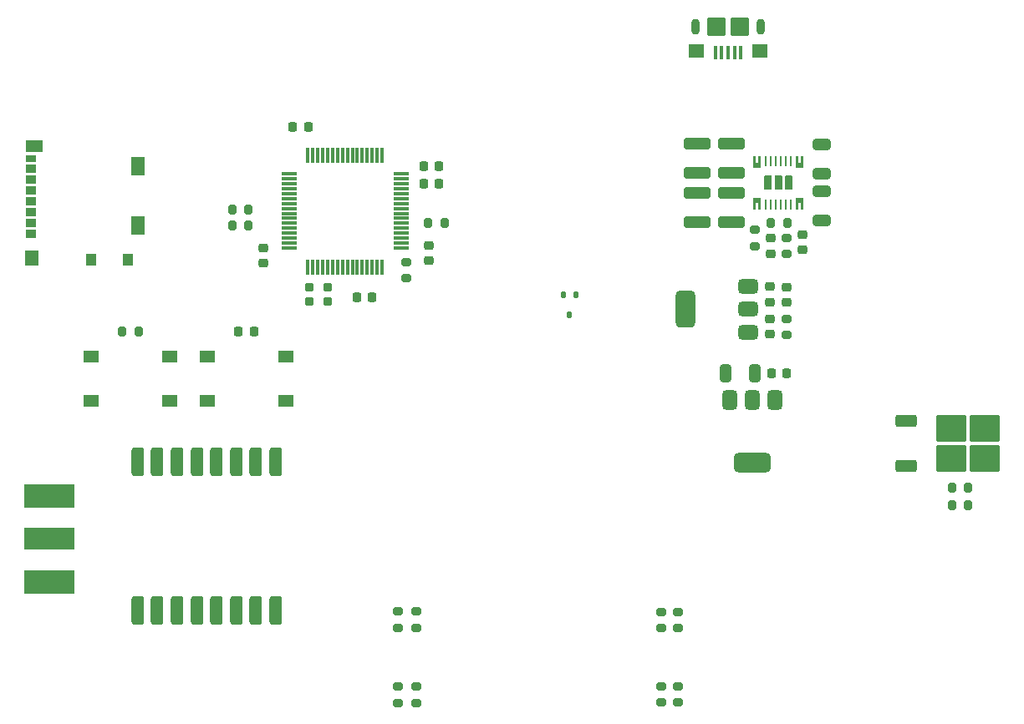
<source format=gtp>
%TF.GenerationSoftware,KiCad,Pcbnew,9.0.5*%
%TF.CreationDate,2025-10-16T12:34:50-04:00*%
%TF.ProjectId,INFERNO,494e4645-524e-44f2-9e6b-696361645f70,rev?*%
%TF.SameCoordinates,Original*%
%TF.FileFunction,Paste,Top*%
%TF.FilePolarity,Positive*%
%FSLAX46Y46*%
G04 Gerber Fmt 4.6, Leading zero omitted, Abs format (unit mm)*
G04 Created by KiCad (PCBNEW 9.0.5) date 2025-10-16 12:34:50*
%MOMM*%
%LPD*%
G01*
G04 APERTURE LIST*
G04 Aperture macros list*
%AMRoundRect*
0 Rectangle with rounded corners*
0 $1 Rounding radius*
0 $2 $3 $4 $5 $6 $7 $8 $9 X,Y pos of 4 corners*
0 Add a 4 corners polygon primitive as box body*
4,1,4,$2,$3,$4,$5,$6,$7,$8,$9,$2,$3,0*
0 Add four circle primitives for the rounded corners*
1,1,$1+$1,$2,$3*
1,1,$1+$1,$4,$5*
1,1,$1+$1,$6,$7*
1,1,$1+$1,$8,$9*
0 Add four rect primitives between the rounded corners*
20,1,$1+$1,$2,$3,$4,$5,0*
20,1,$1+$1,$4,$5,$6,$7,0*
20,1,$1+$1,$6,$7,$8,$9,0*
20,1,$1+$1,$8,$9,$2,$3,0*%
G04 Aperture macros list end*
%ADD10C,0.000000*%
%ADD11RoundRect,0.200000X0.275000X-0.200000X0.275000X0.200000X-0.275000X0.200000X-0.275000X-0.200000X0*%
%ADD12R,1.100000X0.850000*%
%ADD13R,1.100000X0.750000*%
%ADD14R,1.000000X1.200000*%
%ADD15R,1.350000X1.550000*%
%ADD16R,1.350000X1.900000*%
%ADD17R,1.800000X1.170000*%
%ADD18RoundRect,0.375000X-0.375000X0.625000X-0.375000X-0.625000X0.375000X-0.625000X0.375000X0.625000X0*%
%ADD19RoundRect,0.500000X-1.400000X0.500000X-1.400000X-0.500000X1.400000X-0.500000X1.400000X0.500000X0*%
%ADD20RoundRect,0.200000X0.200000X0.275000X-0.200000X0.275000X-0.200000X-0.275000X0.200000X-0.275000X0*%
%ADD21RoundRect,0.225000X-0.250000X0.225000X-0.250000X-0.225000X0.250000X-0.225000X0.250000X0.225000X0*%
%ADD22RoundRect,0.375000X0.625000X0.375000X-0.625000X0.375000X-0.625000X-0.375000X0.625000X-0.375000X0*%
%ADD23RoundRect,0.500000X0.500000X1.400000X-0.500000X1.400000X-0.500000X-1.400000X0.500000X-1.400000X0*%
%ADD24RoundRect,0.200000X-0.200000X-0.275000X0.200000X-0.275000X0.200000X0.275000X-0.200000X0.275000X0*%
%ADD25R,0.249999X1.000000*%
%ADD26RoundRect,0.317500X0.317500X-1.157500X0.317500X1.157500X-0.317500X1.157500X-0.317500X-1.157500X0*%
%ADD27RoundRect,0.100000X0.100000X0.575000X-0.100000X0.575000X-0.100000X-0.575000X0.100000X-0.575000X0*%
%ADD28O,0.900000X1.600000*%
%ADD29RoundRect,0.250000X0.550000X0.450000X-0.550000X0.450000X-0.550000X-0.450000X0.550000X-0.450000X0*%
%ADD30RoundRect,0.250000X0.700000X0.700000X-0.700000X0.700000X-0.700000X-0.700000X0.700000X-0.700000X0*%
%ADD31RoundRect,0.250000X-1.100000X0.325000X-1.100000X-0.325000X1.100000X-0.325000X1.100000X0.325000X0*%
%ADD32RoundRect,0.200000X-0.275000X0.200000X-0.275000X-0.200000X0.275000X-0.200000X0.275000X0.200000X0*%
%ADD33RoundRect,0.250000X0.650000X-0.325000X0.650000X0.325000X-0.650000X0.325000X-0.650000X-0.325000X0*%
%ADD34RoundRect,0.225000X0.225000X0.250000X-0.225000X0.250000X-0.225000X-0.250000X0.225000X-0.250000X0*%
%ADD35RoundRect,0.225000X0.250000X-0.225000X0.250000X0.225000X-0.250000X0.225000X-0.250000X-0.225000X0*%
%ADD36R,5.080000X2.290000*%
%ADD37R,5.080000X2.420000*%
%ADD38RoundRect,0.225000X-0.225000X-0.250000X0.225000X-0.250000X0.225000X0.250000X-0.225000X0.250000X0*%
%ADD39RoundRect,0.200000X0.250000X-0.200000X0.250000X0.200000X-0.250000X0.200000X-0.250000X-0.200000X0*%
%ADD40RoundRect,0.250000X1.100000X-0.325000X1.100000X0.325000X-1.100000X0.325000X-1.100000X-0.325000X0*%
%ADD41RoundRect,0.218750X0.256250X-0.218750X0.256250X0.218750X-0.256250X0.218750X-0.256250X-0.218750X0*%
%ADD42RoundRect,0.250000X-0.325000X-0.650000X0.325000X-0.650000X0.325000X0.650000X-0.325000X0.650000X0*%
%ADD43R,1.550000X1.300000*%
%ADD44RoundRect,0.112500X0.112500X0.237500X-0.112500X0.237500X-0.112500X-0.237500X0.112500X-0.237500X0*%
%ADD45RoundRect,0.075000X0.075000X-0.700000X0.075000X0.700000X-0.075000X0.700000X-0.075000X-0.700000X0*%
%ADD46RoundRect,0.075000X0.700000X-0.075000X0.700000X0.075000X-0.700000X0.075000X-0.700000X-0.075000X0*%
%ADD47RoundRect,0.250000X-0.650000X0.325000X-0.650000X-0.325000X0.650000X-0.325000X0.650000X0.325000X0*%
%ADD48RoundRect,0.250000X-1.275000X-1.125000X1.275000X-1.125000X1.275000X1.125000X-1.275000X1.125000X0*%
%ADD49RoundRect,0.250000X-0.850000X-0.350000X0.850000X-0.350000X0.850000X0.350000X-0.850000X0.350000X0*%
G04 APERTURE END LIST*
D10*
%TO.C,U4*%
G36*
X206224571Y-97206464D02*
G01*
X206224571Y-98576464D01*
X206174571Y-98626464D01*
X205514572Y-98626464D01*
X205464572Y-98576464D01*
X205464572Y-97206464D01*
X205514572Y-97156464D01*
X206174571Y-97156464D01*
X206224571Y-97206464D01*
G37*
G36*
X207274571Y-97206464D02*
G01*
X207274571Y-98576464D01*
X207224571Y-98626464D01*
X206564573Y-98626464D01*
X206514573Y-98576464D01*
X206514573Y-97206464D01*
X206564573Y-97156464D01*
X207224571Y-97156464D01*
X207274571Y-97206464D01*
G37*
G36*
X208324572Y-97206464D02*
G01*
X208324572Y-98576464D01*
X208274572Y-98626464D01*
X207614573Y-98626464D01*
X207564573Y-98576464D01*
X207564573Y-97206464D01*
X207614573Y-97156464D01*
X208274572Y-97156464D01*
X208324572Y-97206464D01*
G37*
G36*
X204569573Y-95190466D02*
G01*
X204619573Y-95240463D01*
X204619573Y-95808265D01*
X204652572Y-95841265D01*
X204835572Y-95841265D01*
X204869572Y-95814463D01*
X204869572Y-95241464D01*
X204919572Y-95191464D01*
X205069572Y-95191464D01*
X205119572Y-95241464D01*
X205119577Y-96340464D01*
X205069572Y-96390464D01*
X204419573Y-96390466D01*
X204369573Y-96340464D01*
X204369573Y-95240463D01*
X204419573Y-95190464D01*
X204569573Y-95190466D01*
G37*
G36*
X205069572Y-99392464D02*
G01*
X205119574Y-99442464D01*
X205119572Y-100541464D01*
X205069572Y-100591464D01*
X204919572Y-100591464D01*
X204869572Y-100541464D01*
X204869572Y-99968465D01*
X204835572Y-99941462D01*
X204652572Y-99941462D01*
X204619573Y-99974462D01*
X204619573Y-100542465D01*
X204569573Y-100592462D01*
X204419573Y-100592464D01*
X204369573Y-100542465D01*
X204369573Y-99442464D01*
X204419573Y-99392462D01*
X205069572Y-99392464D01*
G37*
G36*
X208869572Y-95190466D02*
G01*
X208919572Y-95240463D01*
X208919572Y-95808265D01*
X208952571Y-95841265D01*
X209135571Y-95841265D01*
X209169571Y-95814463D01*
X209169571Y-95241464D01*
X209219571Y-95191464D01*
X209369571Y-95191464D01*
X209419573Y-95241464D01*
X209419576Y-96340464D01*
X209369573Y-96390464D01*
X208719572Y-96390466D01*
X208669572Y-96340464D01*
X208669572Y-95240463D01*
X208719572Y-95190464D01*
X208869572Y-95190466D01*
G37*
G36*
X209369573Y-99392464D02*
G01*
X209419573Y-99442464D01*
X209419573Y-100541464D01*
X209369571Y-100591464D01*
X209219571Y-100591464D01*
X209169571Y-100541464D01*
X209169571Y-99968465D01*
X209135571Y-99941462D01*
X208952571Y-99941462D01*
X208919572Y-99974462D01*
X208919572Y-100542465D01*
X208869572Y-100592462D01*
X208719572Y-100592464D01*
X208669572Y-100542465D01*
X208669572Y-99442464D01*
X208719572Y-99392462D01*
X209369573Y-99392464D01*
G37*
%TD*%
D11*
%TO.C,R17*%
X207750000Y-113325000D03*
X207750000Y-111675000D03*
%TD*%
D12*
%TO.C,J1*%
X131175000Y-103085000D03*
X131175000Y-101985000D03*
X131175000Y-100885000D03*
X131175000Y-99785000D03*
X131175000Y-98685000D03*
X131175000Y-97585000D03*
X131175000Y-96485000D03*
D13*
X131175000Y-95435000D03*
D14*
X137325000Y-105720000D03*
X141025000Y-105720000D03*
D15*
X131300000Y-105545000D03*
D16*
X142000000Y-102220000D03*
X142000000Y-96250000D03*
D17*
X131525000Y-94225000D03*
%TD*%
D18*
%TO.C,U5*%
X206550000Y-119950000D03*
X204250000Y-119950000D03*
D19*
X204250000Y-126250000D03*
D18*
X201950000Y-119950000D03*
%TD*%
D20*
%TO.C,R4*%
X153225000Y-102200000D03*
X151575000Y-102200000D03*
%TD*%
D21*
%TO.C,C14*%
X209344572Y-103141464D03*
X209344572Y-104691464D03*
%TD*%
D22*
%TO.C,U6*%
X203800000Y-113025000D03*
X203800000Y-110725000D03*
D23*
X197500000Y-110725000D03*
D22*
X203800000Y-108425000D03*
%TD*%
D20*
%TO.C,R2*%
X226125000Y-130602500D03*
X224475000Y-130602500D03*
%TD*%
D11*
%TO.C,R15*%
X195000000Y-143075000D03*
X195000000Y-141425000D03*
%TD*%
D24*
%TO.C,R1*%
X140425000Y-113000000D03*
X142075000Y-113000000D03*
%TD*%
D25*
%TO.C,U4*%
X205644572Y-100091465D03*
X206144571Y-100091465D03*
X206644572Y-100091465D03*
X207144572Y-100091465D03*
X207644573Y-100091465D03*
X208144572Y-100091465D03*
X208144572Y-95691463D03*
X207644573Y-95691463D03*
X207144572Y-95691463D03*
X206644572Y-95691463D03*
X206144571Y-95691463D03*
X205644572Y-95691463D03*
%TD*%
D26*
%TO.C,U1*%
X142000000Y-141275000D03*
X144000000Y-141275000D03*
X146000000Y-141275000D03*
X148000000Y-141275000D03*
X150000000Y-141275000D03*
X152000000Y-141275000D03*
X154000000Y-141275000D03*
X156000000Y-141275000D03*
X156000000Y-126225000D03*
X154000000Y-126225000D03*
X152000000Y-126225000D03*
X150000000Y-126225000D03*
X148000000Y-126225000D03*
X146000000Y-126225000D03*
X144000000Y-126225000D03*
X142000000Y-126225000D03*
%TD*%
D24*
%TO.C,R6*%
X224475000Y-128852500D03*
X226125000Y-128852500D03*
%TD*%
%TO.C,R18*%
X206125899Y-101985718D03*
X207775899Y-101985718D03*
%TD*%
D27*
%TO.C,J16*%
X203107112Y-84737287D03*
X202457112Y-84737287D03*
X201807112Y-84737287D03*
X201157112Y-84737287D03*
X200507112Y-84737287D03*
D28*
X205107112Y-82062287D03*
D29*
X205007112Y-84512287D03*
D30*
X203007112Y-82062287D03*
X200607112Y-82062287D03*
D29*
X198607112Y-84512287D03*
D28*
X198507112Y-82062287D03*
%TD*%
D11*
%TO.C,R14*%
X195000000Y-150575000D03*
X195000000Y-148925000D03*
%TD*%
D31*
%TO.C,C18*%
X202144572Y-93916464D03*
X202144572Y-96866464D03*
%TD*%
D32*
%TO.C,R13*%
X196750000Y-141425000D03*
X196750000Y-143075000D03*
%TD*%
%TO.C,R19*%
X207750899Y-103460718D03*
X207750899Y-105110718D03*
%TD*%
%TO.C,R16*%
X204550899Y-102660718D03*
X204550899Y-104310718D03*
%TD*%
D31*
%TO.C,C15*%
X198644572Y-93916464D03*
X198644572Y-96866464D03*
%TD*%
D33*
%TO.C,C8*%
X211250000Y-101725000D03*
X211250000Y-98775000D03*
%TD*%
D34*
%TO.C,C10*%
X207750000Y-117250000D03*
X206200000Y-117250000D03*
%TD*%
D32*
%TO.C,R11*%
X168400000Y-141375000D03*
X168400000Y-143025000D03*
%TD*%
D35*
%TO.C,C19*%
X206144572Y-105066464D03*
X206144572Y-103516464D03*
%TD*%
D36*
%TO.C,J2*%
X133070000Y-134000000D03*
D37*
X133070000Y-129620000D03*
X133070000Y-138380000D03*
%TD*%
D38*
%TO.C,C1*%
X152225000Y-113000000D03*
X153775000Y-113000000D03*
%TD*%
%TO.C,C2*%
X170975000Y-98000000D03*
X172525000Y-98000000D03*
%TD*%
D32*
%TO.C,R12*%
X196750000Y-148925000D03*
X196750000Y-150575000D03*
%TD*%
D21*
%TO.C,C13*%
X206000000Y-108450000D03*
X206000000Y-110000000D03*
%TD*%
D32*
%TO.C,R7*%
X169250000Y-105925000D03*
X169250000Y-107575000D03*
%TD*%
D39*
%TO.C,Y1*%
X159400000Y-109950000D03*
X161250000Y-109950000D03*
X161250000Y-108500000D03*
X159400000Y-108500000D03*
%TD*%
D38*
%TO.C,C6*%
X170975000Y-96250000D03*
X172525000Y-96250000D03*
%TD*%
D40*
%TO.C,C16*%
X198644572Y-101866464D03*
X198644572Y-98916464D03*
%TD*%
D41*
%TO.C,D1*%
X207750000Y-110037500D03*
X207750000Y-108462500D03*
%TD*%
D42*
%TO.C,C12*%
X201550000Y-117250000D03*
X204500000Y-117250000D03*
%TD*%
D21*
%TO.C,C3*%
X171500000Y-104225000D03*
X171500000Y-105775000D03*
%TD*%
D43*
%TO.C,SW2*%
X149050000Y-115500000D03*
X157000000Y-115500000D03*
X149050000Y-120000000D03*
X157000000Y-120000000D03*
%TD*%
D32*
%TO.C,R10*%
X168400000Y-148975000D03*
X168400000Y-150625000D03*
%TD*%
D34*
%TO.C,C4*%
X165775000Y-109500000D03*
X164225000Y-109500000D03*
%TD*%
D40*
%TO.C,C17*%
X202144572Y-101866464D03*
X202144572Y-98916464D03*
%TD*%
D38*
%TO.C,C7*%
X157725000Y-92250000D03*
X159275000Y-92250000D03*
%TD*%
D35*
%TO.C,C5*%
X154750000Y-106025000D03*
X154750000Y-104475000D03*
%TD*%
D11*
%TO.C,R8*%
X170200000Y-150625000D03*
X170200000Y-148975000D03*
%TD*%
D44*
%TO.C,Q1*%
X186400000Y-109250000D03*
X185100000Y-109250000D03*
X185750000Y-111250000D03*
%TD*%
D11*
%TO.C,R9*%
X170200000Y-143025000D03*
X170200000Y-141375000D03*
%TD*%
D24*
%TO.C,R3*%
X171425000Y-102000000D03*
X173075000Y-102000000D03*
%TD*%
D20*
%TO.C,R5*%
X153225000Y-100600000D03*
X151575000Y-100600000D03*
%TD*%
D45*
%TO.C,U2*%
X159250000Y-106425000D03*
X159750000Y-106425000D03*
X160250000Y-106425000D03*
X160750000Y-106425000D03*
X161250000Y-106425000D03*
X161750000Y-106425000D03*
X162250000Y-106425000D03*
X162750000Y-106425000D03*
X163250000Y-106425000D03*
X163750000Y-106425000D03*
X164250000Y-106425000D03*
X164750000Y-106425000D03*
X165250000Y-106425000D03*
X165750000Y-106425000D03*
X166250000Y-106425000D03*
X166750000Y-106425000D03*
D46*
X168675000Y-104500000D03*
X168675000Y-104000000D03*
X168675000Y-103500000D03*
X168675000Y-103000000D03*
X168675000Y-102500000D03*
X168675000Y-102000000D03*
X168675000Y-101500000D03*
X168675000Y-101000000D03*
X168675000Y-100500000D03*
X168675000Y-100000000D03*
X168675000Y-99500000D03*
X168675000Y-99000000D03*
X168675000Y-98500000D03*
X168675000Y-98000000D03*
X168675000Y-97500000D03*
X168675000Y-97000000D03*
D45*
X166750000Y-95075000D03*
X166250000Y-95075000D03*
X165750000Y-95075000D03*
X165250000Y-95075000D03*
X164750000Y-95075000D03*
X164250000Y-95075000D03*
X163750000Y-95075000D03*
X163250000Y-95075000D03*
X162750000Y-95075000D03*
X162250000Y-95075000D03*
X161750000Y-95075000D03*
X161250000Y-95075000D03*
X160750000Y-95075000D03*
X160250000Y-95075000D03*
X159750000Y-95075000D03*
X159250000Y-95075000D03*
D46*
X157325000Y-97000000D03*
X157325000Y-97500000D03*
X157325000Y-98000000D03*
X157325000Y-98500000D03*
X157325000Y-99000000D03*
X157325000Y-99500000D03*
X157325000Y-100000000D03*
X157325000Y-100500000D03*
X157325000Y-101000000D03*
X157325000Y-101500000D03*
X157325000Y-102000000D03*
X157325000Y-102500000D03*
X157325000Y-103000000D03*
X157325000Y-103500000D03*
X157325000Y-104000000D03*
X157325000Y-104500000D03*
%TD*%
D47*
%TO.C,C9*%
X211250000Y-94025000D03*
X211250000Y-96975000D03*
%TD*%
D35*
%TO.C,C11*%
X206000000Y-113250000D03*
X206000000Y-111700000D03*
%TD*%
D43*
%TO.C,SW1*%
X137275000Y-115500000D03*
X145225000Y-115500000D03*
X137275000Y-120000000D03*
X145225000Y-120000000D03*
%TD*%
D48*
%TO.C,Q2*%
X224425000Y-122797500D03*
X224425000Y-125847500D03*
X227775000Y-122797500D03*
X227775000Y-125847500D03*
D49*
X219800000Y-122042500D03*
X219800000Y-126602500D03*
%TD*%
M02*

</source>
